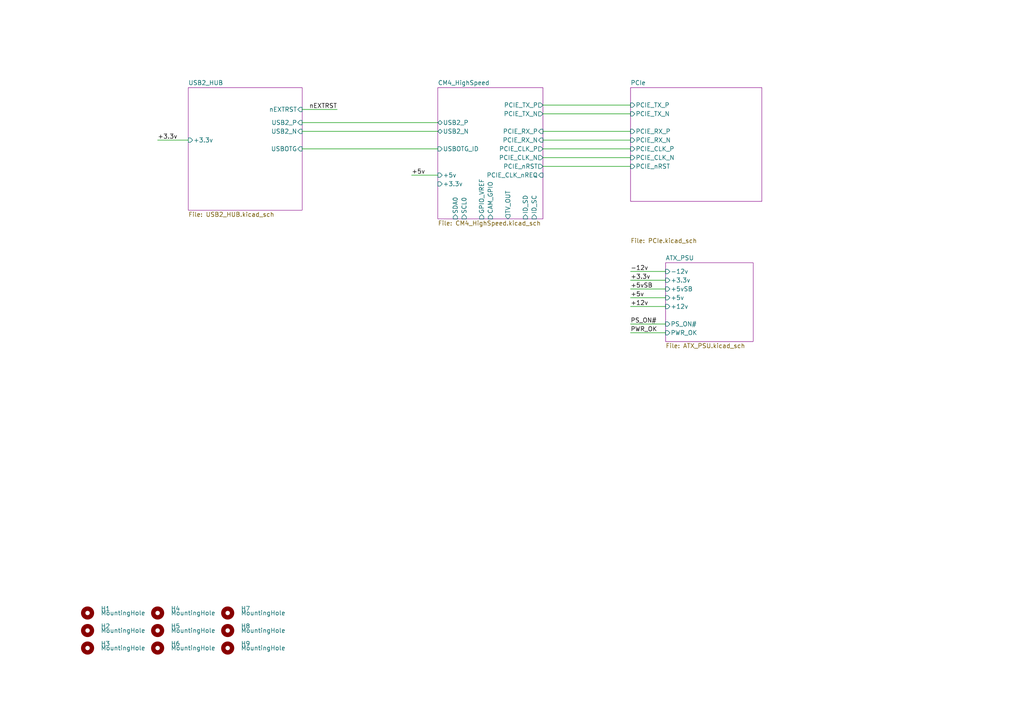
<source format=kicad_sch>
(kicad_sch (version 20200828) (generator eeschema)
  (page 1 5)
  (paper "A4")
  (title_block (title "Raspberry Pi CM4 mATX Motherboard") (date "2020-11-14") (rev "0.1") (company "TheGuyDanish") (comment 1 "https://github.com/theguydanish/cm4_matx"))
  (lib_symbols
    (symbol "Mechanical:MountingHole" (pin_names (offset 1.016))
      (property "Reference" "H" (at 0 5.08 0))
      (property "Value" "MountingHole" (at 0 3.175 0))
      (symbol "MountingHole_0_1"
        (circle (center 0 0) (radius 1.27) (stroke (width 1.27)))
      )
    )
  )
  (wire (pts (xy 45.72 40.64) (xy 54.61 40.64)))
  (wire (pts (xy 87.63 31.75) (xy 97.79 31.75)))
  (wire (pts (xy 87.63 35.56) (xy 127 35.56)))
  (wire (pts (xy 87.63 38.1) (xy 127 38.1)))
  (wire (pts (xy 87.63 43.18) (xy 127 43.18)))
  (wire (pts (xy 119.38 50.8) (xy 127 50.8)))
  (wire (pts (xy 157.48 30.48) (xy 182.88 30.48)))
  (wire (pts (xy 157.48 33.02) (xy 182.88 33.02)))
  (wire (pts (xy 157.48 38.1) (xy 182.88 38.1)))
  (wire (pts (xy 157.48 40.64) (xy 182.88 40.64)))
  (wire (pts (xy 157.48 43.18) (xy 182.88 43.18)))
  (wire (pts (xy 157.48 45.72) (xy 182.88 45.72)))
  (wire (pts (xy 157.48 48.26) (xy 182.88 48.26)))
  (wire (pts (xy 182.88 78.74) (xy 193.04 78.74)))
  (wire (pts (xy 182.88 81.28) (xy 193.04 81.28)))
  (wire (pts (xy 182.88 83.82) (xy 193.04 83.82)))
  (wire (pts (xy 182.88 86.36) (xy 193.04 86.36)))
  (wire (pts (xy 182.88 88.9) (xy 193.04 88.9)))
  (wire (pts (xy 182.88 93.98) (xy 193.04 93.98)))
  (wire (pts (xy 182.88 96.52) (xy 193.04 96.52)))
  (label "+3.3v" (at 45.72 40.64 0))
  (label "nEXTRST" (at 97.79 31.75 180))
  (label "+5v" (at 119.38 50.8 0))
  (label "-12v" (at 182.88 78.74 0))
  (label "+3.3v" (at 182.88 81.28 0))
  (label "+5vSB" (at 182.88 83.82 0))
  (label "+5v" (at 182.88 86.36 0))
  (label "+12v" (at 182.88 88.9 0))
  (label "PS_ON#" (at 182.88 93.98 0))
  (label "PWR_OK" (at 182.88 96.52 0))
  (symbol (lib_id "Mechanical:MountingHole") (at 25.4 177.8 0) (unit 1)
    (property "Reference" "H1" (at 29.21 176.53 0) (effects (justify left)))
    (property "Value" "MountingHole" (at 29.21 177.8 0) (effects (justify left)))
    (property "Footprint" "MountingHole:MountingHole_3.2mm_M3" (effects hide))
  )
  (symbol (lib_id "Mechanical:MountingHole") (at 25.4 182.88 0) (unit 1)
    (property "Reference" "H2" (at 29.21 181.61 0) (effects (justify left)))
    (property "Value" "MountingHole" (at 29.21 182.88 0) (effects (justify left)))
    (property "Footprint" "MountingHole:MountingHole_3.2mm_M3" (effects hide))
  )
  (symbol (lib_id "Mechanical:MountingHole") (at 25.4 187.96 0) (unit 1)
    (property "Reference" "H3" (at 29.21 186.69 0) (effects (justify left)))
    (property "Value" "MountingHole" (at 29.21 187.96 0) (effects (justify left)))
    (property "Footprint" "MountingHole:MountingHole_3.2mm_M3" (effects hide))
  )
  (symbol (lib_id "Mechanical:MountingHole") (at 45.72 177.8 0) (unit 1)
    (property "Reference" "H4" (at 49.53 176.53 0) (effects (justify left)))
    (property "Value" "MountingHole" (at 49.53 177.8 0) (effects (justify left)))
    (property "Footprint" "MountingHole:MountingHole_3.2mm_M3" (effects hide))
  )
  (symbol (lib_id "Mechanical:MountingHole") (at 45.72 182.88 0) (unit 1)
    (property "Reference" "H5" (at 49.53 181.61 0) (effects (justify left)))
    (property "Value" "MountingHole" (at 49.53 182.88 0) (effects (justify left)))
    (property "Footprint" "MountingHole:MountingHole_3.2mm_M3" (effects hide))
  )
  (symbol (lib_id "Mechanical:MountingHole") (at 45.72 187.96 0) (unit 1)
    (property "Reference" "H6" (at 49.53 186.69 0) (effects (justify left)))
    (property "Value" "MountingHole" (at 49.53 187.96 0) (effects (justify left)))
    (property "Footprint" "MountingHole:MountingHole_3.2mm_M3" (effects hide))
  )
  (symbol (lib_id "Mechanical:MountingHole") (at 66.04 177.8 0) (unit 1)
    (property "Reference" "H7" (at 69.85 176.53 0) (effects (justify left)))
    (property "Value" "MountingHole" (at 69.85 177.8 0) (effects (justify left)))
    (property "Footprint" "MountingHole:MountingHole_3.2mm_M3" (effects hide))
  )
  (symbol (lib_id "Mechanical:MountingHole") (at 66.04 182.88 0) (unit 1)
    (property "Reference" "H8" (at 69.85 181.61 0) (effects (justify left)))
    (property "Value" "MountingHole" (at 69.85 182.88 0) (effects (justify left)))
    (property "Footprint" "MountingHole:MountingHole_3.2mm_M3" (effects hide))
  )
  (symbol (lib_id "Mechanical:MountingHole") (at 66.04 187.96 0) (unit 1)
    (property "Reference" "H9" (at 69.85 186.69 0) (effects (justify left)))
    (property "Value" "MountingHole" (at 69.85 187.96 0) (effects (justify left)))
    (property "Footprint" "MountingHole:MountingHole_3.2mm_M3" (effects hide))
  )
  (sheet (at 193.04 76.2) (size 25.4 22.86) (stroke (width 0.001) (color 132 0 132 1)) (fill (color 255 255 255 0.0000))
    (property "Sheet name" "ATX_PSU" (at 193.04 75.5641 0) (effects (justify left bottom)))
    (property "Sheet file" "ATX_PSU.kicad_sch" (at 193.04 99.5689 0) (effects (justify left top)))
    (pin "+5v" input (at 193.04 86.36 180))
    (pin "PWR_OK" input (at 193.04 96.52 180))
    (pin "-12v" input (at 193.04 78.74 180))
    (pin "PS_ON#" input (at 193.04 93.98 180))
    (pin "+5vSB" input (at 193.04 83.82 180))
    (pin "+3.3v" input (at 193.04 81.28 180))
    (pin "+12v" input (at 193.04 88.9 180))
  )
  (sheet (at 127 25.4) (size 30.48 38.1) (stroke (width 0.001) (color 132 0 132 1)) (fill (color 255 255 255 0.0000))
    (property "Sheet name" "CM4_HighSpeed" (at 127 24.7641 0) (effects (justify left bottom)))
    (property "Sheet file" "CM4_HighSpeed.kicad_sch" (at 127 64.0089 0) (effects (justify left top)))
    (pin "TV_OUT" output (at 147.32 63.5 270))
    (pin "USB2_N" bidirectional (at 127 38.1 180))
    (pin "USBOTG_ID" input (at 127 43.18 180))
    (pin "PCIE_nRST" output (at 157.48 48.26 0))
    (pin "USB2_P" bidirectional (at 127 35.56 180))
    (pin "CAM_GPIO" input (at 142.24 63.5 270))
    (pin "PCIE_CLK_nREQ" input (at 157.48 50.8 0))
    (pin "PCIE_RX_P" input (at 157.48 38.1 0))
    (pin "PCIE_RX_N" input (at 157.48 40.64 0))
    (pin "PCIE_CLK_P" output (at 157.48 43.18 0))
    (pin "PCIE_CLK_N" output (at 157.48 45.72 0))
    (pin "PCIE_TX_N" output (at 157.48 33.02 0))
    (pin "PCIE_TX_P" output (at 157.48 30.48 0))
    (pin "ID_SC" input (at 154.94 63.5 270))
    (pin "ID_SD" input (at 152.4 63.5 270))
    (pin "+5v" input (at 127 50.8 180))
    (pin "GPIO_VREF" input (at 139.7 63.5 270))
    (pin "+3.3v" input (at 127 53.34 180))
    (pin "SCL0" input (at 134.62 63.5 270))
    (pin "SDA0" input (at 132.08 63.5 270))
  )
  (sheet (at 182.88 25.4) (size 38.1 33.02) (stroke (width 0.001) (color 132 0 132 1)) (fill (color 255 255 255 0.0000))
    (property "Sheet name" "PCIe" (at 182.88 24.7641 0) (effects (justify left bottom)))
    (property "Sheet file" "PCIe.kicad_sch" (at 182.88 69.0889 0) (effects (justify left top)))
    (pin "PCIE_CLK_P" input (at 182.88 43.18 180))
    (pin "PCIE_CLK_N" input (at 182.88 45.72 180))
    (pin "PCIE_TX_P" input (at 182.88 30.48 180))
    (pin "PCIE_RX_N" input (at 182.88 40.64 180))
    (pin "PCIE_TX_N" input (at 182.88 33.02 180))
    (pin "PCIE_RX_P" input (at 182.88 38.1 180))
    (pin "PCIE_nRST" input (at 182.88 48.26 180))
  )
  (sheet (at 54.61 25.4) (size 33.02 35.56) (stroke (width 0.001) (color 132 0 132 1)) (fill (color 255 255 255 0.0000))
    (property "Sheet name" "USB2_HUB" (at 54.61 24.7641 0) (effects (justify left bottom)))
    (property "Sheet file" "USB2_HUB.kicad_sch" (at 54.61 61.4689 0) (effects (justify left top)))
    (pin "USB2_N" input (at 87.63 38.1 0))
    (pin "USBOTG" input (at 87.63 43.18 0))
    (pin "+3.3v" input (at 54.61 40.64 180))
    (pin "nEXTRST" input (at 87.63 31.75 0))
    (pin "USB2_P" input (at 87.63 35.56 0))
  )
)
</source>
